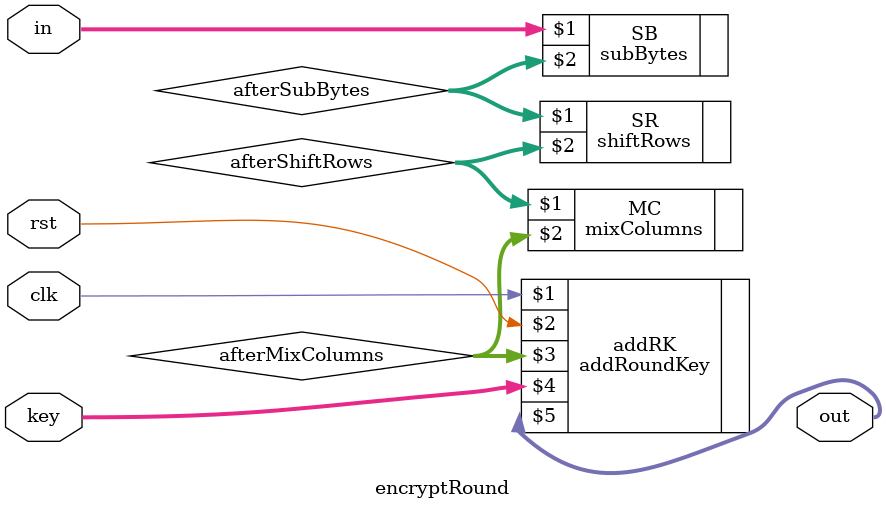
<source format=v>
module encryptRound(clk, rst, in, key, out);
input clk;
input rst;
input [127:0] in;
output [127:0] out;
input [127:0] key;
wire [127:0] afterSubBytes;
wire [127:0] afterShiftRows;
wire [127:0] afterMixColumns;
wire [127:0] afterAddroundKey;

subBytes SB(in, afterSubBytes);
shiftRows SR(afterSubBytes, afterShiftRows);
mixColumns MC(afterShiftRows, afterMixColumns);
addRoundKey addRK(clk, rst, afterMixColumns, key, out);
		
endmodule
</source>
